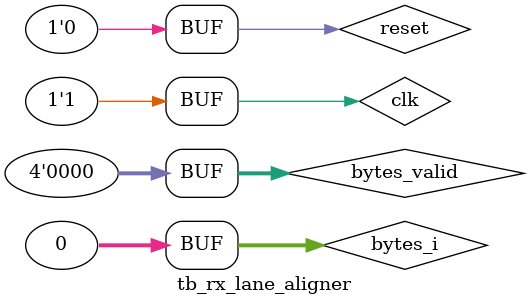
<source format=v>
`timescale 1ns/1ns

module tb_rx_lane_aligner;
	reg clk;
	reg [3:0]bytes_valid;
	reg  [31:0]bytes_i;
	wire [31:0]bytes_o;
	wire synced;
	reg reset;
	
wire reset_g;
GSR GSR_INST (.GSR (reset_g));
PUR PUR_INST (.PUR (reset_g)); 

mipi_rx_lane_aligner ins1(	.clk_i(clk),
						.reset_i(reset),
						.bytes_valid_i(bytes_valid),
						.byte_i(bytes_i),
						.lane_valid_o(synced),
						.lane_byte_o(bytes_o));

task sendbytes;
	input [31:0]bytes;
	begin
	bytes_i = bytes;
	clk = 1'b0;
	#4
	clk = 1'b1;
	#4;
	end
endtask

initial begin
		clk = 1'b0;
		bytes_valid = 4'h0;
		#50

		sendbytes(32'h00000000);
		reset = 1'h1;
		sendbytes(32'h00000000);
		reset = 1'h0;
		sendbytes(32'h00000000);
		sendbytes(32'h00000000);
		bytes_valid[1] = 1'h1;
		sendbytes(32'h0000B800);
		sendbytes(32'h00001100);
		sendbytes(32'h00002200);
		sendbytes(32'h00003300);
		bytes_valid[2] = 1'h1;
		bytes_valid[3] = 1'h1;
		sendbytes(32'hB8B84400);
		bytes_valid[0] = 1'h1;
		sendbytes(32'h111155B8);
		sendbytes(32'h22226611);
		sendbytes(32'h33337722);
		sendbytes(32'h44448833);
		bytes_valid[1] = 1'h0;
		sendbytes(32'h55556644);
		sendbytes(32'h66667755);
		sendbytes(32'h77778866);

		sendbytes(32'h88889977);
		bytes_valid[2] = 1'h0;
		bytes_valid[3] = 1'h0;
		
		sendbytes(32'h9999AA88);
		bytes_valid[0] = 1'h0;
		sendbytes(32'h00000000);
		sendbytes(32'h00000000);
		sendbytes(32'h00000000);
		sendbytes(32'h00000000);
		
		sendbytes(32'h00000000);
		sendbytes(32'h00000000);
		sendbytes(32'h00000000);
		sendbytes(32'h00000000);
		sendbytes(32'h00000000);
		bytes_valid[1] = 1'h1;
		sendbytes(32'h0000B800);
		sendbytes(32'h00001100);
		bytes_valid[2] = 1'h1;
		bytes_valid[3] = 1'h1;
		sendbytes(32'hB8B82200);
		bytes_valid[0] = 1'h1;
		sendbytes(32'h111133B8);
		sendbytes(32'h22224411);
		sendbytes(32'h33335522);
		sendbytes(32'h4444663);
		sendbytes(32'h5555774);
		sendbytes(32'h66668855);
		bytes_valid[1] = 1'h0;
		sendbytes(32'h77778866);

		sendbytes(32'h88889977);
		bytes_valid[2] = 1'h0;
		bytes_valid[3] = 1'h0;
		
		sendbytes(32'h9999AA88);
		bytes_valid[0] = 1'h0;
		




		sendbytes(32'h00000000);
		sendbytes(32'h00000000);
		sendbytes(32'h00000000);
		sendbytes(32'h00000000);
		sendbytes(32'h00000000);
		bytes_valid[0] = 1'h1;
		bytes_valid[1] = 1'h1;
		bytes_valid[2] = 1'h1;
		bytes_valid[3] = 1'h1;
		sendbytes(32'hB8B8B8B8);
		sendbytes(32'h11111111);
		sendbytes(32'h22222222);
		sendbytes(32'h33333333);
		sendbytes(32'h44444444);
		sendbytes(32'h55555555);
		sendbytes(32'h66666666);
		sendbytes(32'h77777777);
		sendbytes(32'h88888888);
		sendbytes(32'h99999999);
		sendbytes(32'hAAAAAAAA);
		bytes_valid[0] = 1'h0;
		bytes_valid[1] = 1'h0;
		bytes_valid[2] = 1'h0;
		bytes_valid[3] = 1'h0;
		sendbytes(32'h00000000);
		sendbytes(32'h00000000);
		sendbytes(32'h00000000);
		sendbytes(32'h00000000);
		sendbytes(32'h00000000);
		sendbytes(32'h00000000);
		
end

endmodule

</source>
